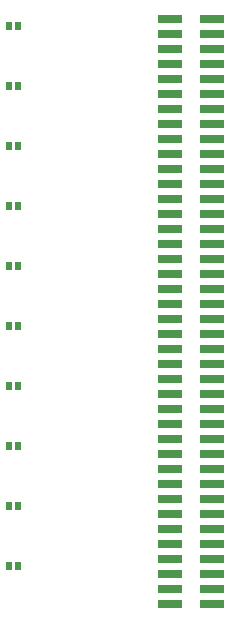
<source format=gbr>
G04 #@! TF.GenerationSoftware,KiCad,Pcbnew,(5.0.0-rc2-dev-107-g49486b83b)*
G04 #@! TF.CreationDate,2018-03-19T22:47:49+08:00*
G04 #@! TF.ProjectId,ebox-gpio-led,65626F782D6770696F2D6C65642E6B69,rev?*
G04 #@! TF.SameCoordinates,Original*
G04 #@! TF.FileFunction,Paste,Bot*
G04 #@! TF.FilePolarity,Positive*
%FSLAX46Y46*%
G04 Gerber Fmt 4.6, Leading zero omitted, Abs format (unit mm)*
G04 Created by KiCad (PCBNEW (5.0.0-rc2-dev-107-g49486b83b)) date 03/19/18 22:47:49*
%MOMM*%
%LPD*%
G01*
G04 APERTURE LIST*
%ADD10R,2.100000X0.750000*%
%ADD11R,0.575000X0.650000*%
G04 APERTURE END LIST*
D10*
X24300000Y-62265000D03*
X20700000Y-62265000D03*
X24300000Y-60995000D03*
X20700000Y-60995000D03*
X24300000Y-59725000D03*
X20700000Y-59725000D03*
X24300000Y-58455000D03*
X20700000Y-58455000D03*
X24300000Y-57185000D03*
X20700000Y-57185000D03*
X24300000Y-55915000D03*
X20700000Y-55915000D03*
X24300000Y-54645000D03*
X20700000Y-54645000D03*
X24300000Y-53375000D03*
X20700000Y-53375000D03*
X24300000Y-52105000D03*
X20700000Y-52105000D03*
X24300000Y-50835000D03*
X20700000Y-50835000D03*
X24300000Y-49565000D03*
X20700000Y-49565000D03*
X24300000Y-48295000D03*
X20700000Y-48295000D03*
X24300000Y-47025000D03*
X20700000Y-47025000D03*
X24300000Y-45755000D03*
X20700000Y-45755000D03*
X24300000Y-44485000D03*
X20700000Y-44485000D03*
X24300000Y-43215000D03*
X20700000Y-43215000D03*
X24300000Y-41945000D03*
X20700000Y-41945000D03*
X24300000Y-40675000D03*
X20700000Y-40675000D03*
X24300000Y-39405000D03*
X20700000Y-39405000D03*
X24300000Y-38135000D03*
X20700000Y-38135000D03*
X24300000Y-36865000D03*
X20700000Y-36865000D03*
X24300000Y-35595000D03*
X20700000Y-35595000D03*
X24300000Y-34325000D03*
X20700000Y-34325000D03*
X24300000Y-33055000D03*
X20700000Y-33055000D03*
X24300000Y-31785000D03*
X20700000Y-31785000D03*
X24300000Y-30515000D03*
X20700000Y-30515000D03*
X24300000Y-29245000D03*
X20700000Y-29245000D03*
X24300000Y-27975000D03*
X20700000Y-27975000D03*
X24300000Y-26705000D03*
X20700000Y-26705000D03*
X24300000Y-25435000D03*
X20700000Y-25435000D03*
X24300000Y-24165000D03*
X20700000Y-24165000D03*
X24300000Y-22895000D03*
X20700000Y-22895000D03*
X24300000Y-21625000D03*
X20700000Y-21625000D03*
X24300000Y-20355000D03*
X20700000Y-20355000D03*
X24300000Y-19085000D03*
X20700000Y-19085000D03*
X24300000Y-17815000D03*
X20700000Y-17815000D03*
X24300000Y-16545000D03*
X20700000Y-16545000D03*
X24300000Y-15275000D03*
X20700000Y-15275000D03*
X24300000Y-14005000D03*
X20700000Y-14005000D03*
X24300000Y-12735000D03*
X20700000Y-12735000D03*
D11*
X7874000Y-13335000D03*
X7099000Y-13335000D03*
X7874000Y-18415000D03*
X7099000Y-18415000D03*
X7099000Y-23495000D03*
X7874000Y-23495000D03*
X7874000Y-28575000D03*
X7099000Y-28575000D03*
X7099000Y-33655000D03*
X7874000Y-33655000D03*
X7874000Y-38735000D03*
X7099000Y-38735000D03*
X7099000Y-43815000D03*
X7874000Y-43815000D03*
X7874000Y-48895000D03*
X7099000Y-48895000D03*
X7099000Y-53975000D03*
X7874000Y-53975000D03*
X7874000Y-59055000D03*
X7099000Y-59055000D03*
M02*

</source>
